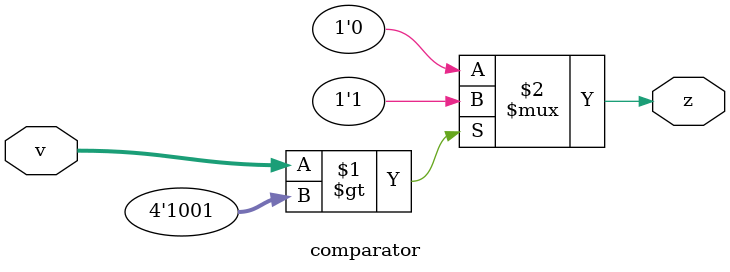
<source format=v>
module comparator (v, z);
input [3:0] v;
output z;

assign z=
v>4'd9 ? 1'b1:
			1'b0;

endmodule

</source>
